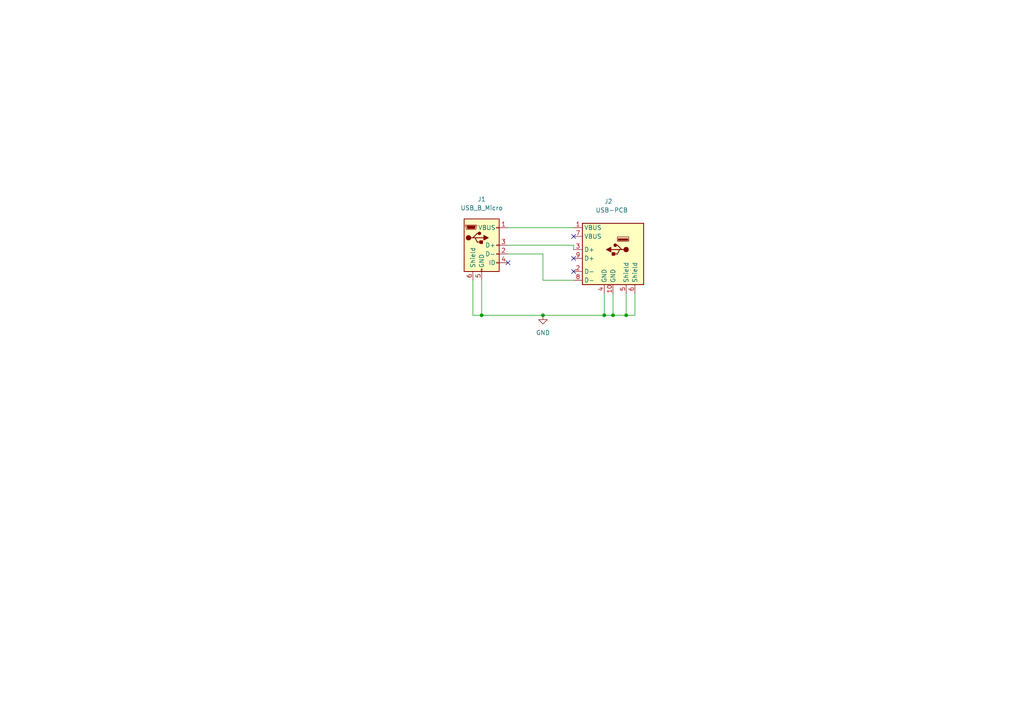
<source format=kicad_sch>
(kicad_sch (version 20230121) (generator eeschema)

  (uuid c378e9d6-3836-4b0e-8c2d-1b907ccdef1d)

  (paper "A4")

  (title_block
    (title "USB Bridge")
    (date "2023-02-28")
    (rev "1")
    (company "MayFly AI")
  )

  (lib_symbols
    (symbol "Connector:USB_B_Micro" (pin_names (offset 1.016)) (in_bom yes) (on_board yes)
      (property "Reference" "J" (at -5.08 11.43 0)
        (effects (font (size 1.27 1.27)) (justify left))
      )
      (property "Value" "USB_B_Micro" (at -5.08 8.89 0)
        (effects (font (size 1.27 1.27)) (justify left))
      )
      (property "Footprint" "" (at 3.81 -1.27 0)
        (effects (font (size 1.27 1.27)) hide)
      )
      (property "Datasheet" "~" (at 3.81 -1.27 0)
        (effects (font (size 1.27 1.27)) hide)
      )
      (property "ki_keywords" "connector USB micro" (at 0 0 0)
        (effects (font (size 1.27 1.27)) hide)
      )
      (property "ki_description" "USB Micro Type B connector" (at 0 0 0)
        (effects (font (size 1.27 1.27)) hide)
      )
      (property "ki_fp_filters" "USB*" (at 0 0 0)
        (effects (font (size 1.27 1.27)) hide)
      )
      (symbol "USB_B_Micro_0_1"
        (rectangle (start -5.08 -7.62) (end 5.08 7.62)
          (stroke (width 0.254) (type default))
          (fill (type background))
        )
        (circle (center -3.81 2.159) (radius 0.635)
          (stroke (width 0.254) (type default))
          (fill (type outline))
        )
        (circle (center -0.635 3.429) (radius 0.381)
          (stroke (width 0.254) (type default))
          (fill (type outline))
        )
        (rectangle (start -0.127 -7.62) (end 0.127 -6.858)
          (stroke (width 0) (type default))
          (fill (type none))
        )
        (polyline
          (pts
            (xy -1.905 2.159)
            (xy 0.635 2.159)
          )
          (stroke (width 0.254) (type default))
          (fill (type none))
        )
        (polyline
          (pts
            (xy -3.175 2.159)
            (xy -2.54 2.159)
            (xy -1.27 3.429)
            (xy -0.635 3.429)
          )
          (stroke (width 0.254) (type default))
          (fill (type none))
        )
        (polyline
          (pts
            (xy -2.54 2.159)
            (xy -1.905 2.159)
            (xy -1.27 0.889)
            (xy 0 0.889)
          )
          (stroke (width 0.254) (type default))
          (fill (type none))
        )
        (polyline
          (pts
            (xy 0.635 2.794)
            (xy 0.635 1.524)
            (xy 1.905 2.159)
            (xy 0.635 2.794)
          )
          (stroke (width 0.254) (type default))
          (fill (type outline))
        )
        (polyline
          (pts
            (xy -4.318 5.588)
            (xy -1.778 5.588)
            (xy -2.032 4.826)
            (xy -4.064 4.826)
            (xy -4.318 5.588)
          )
          (stroke (width 0) (type default))
          (fill (type outline))
        )
        (polyline
          (pts
            (xy -4.699 5.842)
            (xy -4.699 5.588)
            (xy -4.445 4.826)
            (xy -4.445 4.572)
            (xy -1.651 4.572)
            (xy -1.651 4.826)
            (xy -1.397 5.588)
            (xy -1.397 5.842)
            (xy -4.699 5.842)
          )
          (stroke (width 0) (type default))
          (fill (type none))
        )
        (rectangle (start 0.254 1.27) (end -0.508 0.508)
          (stroke (width 0.254) (type default))
          (fill (type outline))
        )
        (rectangle (start 5.08 -5.207) (end 4.318 -4.953)
          (stroke (width 0) (type default))
          (fill (type none))
        )
        (rectangle (start 5.08 -2.667) (end 4.318 -2.413)
          (stroke (width 0) (type default))
          (fill (type none))
        )
        (rectangle (start 5.08 -0.127) (end 4.318 0.127)
          (stroke (width 0) (type default))
          (fill (type none))
        )
        (rectangle (start 5.08 4.953) (end 4.318 5.207)
          (stroke (width 0) (type default))
          (fill (type none))
        )
      )
      (symbol "USB_B_Micro_1_1"
        (pin power_out line (at 7.62 5.08 180) (length 2.54)
          (name "VBUS" (effects (font (size 1.27 1.27))))
          (number "1" (effects (font (size 1.27 1.27))))
        )
        (pin bidirectional line (at 7.62 -2.54 180) (length 2.54)
          (name "D-" (effects (font (size 1.27 1.27))))
          (number "2" (effects (font (size 1.27 1.27))))
        )
        (pin bidirectional line (at 7.62 0 180) (length 2.54)
          (name "D+" (effects (font (size 1.27 1.27))))
          (number "3" (effects (font (size 1.27 1.27))))
        )
        (pin passive line (at 7.62 -5.08 180) (length 2.54)
          (name "ID" (effects (font (size 1.27 1.27))))
          (number "4" (effects (font (size 1.27 1.27))))
        )
        (pin power_out line (at 0 -10.16 90) (length 2.54)
          (name "GND" (effects (font (size 1.27 1.27))))
          (number "5" (effects (font (size 1.27 1.27))))
        )
        (pin passive line (at -2.54 -10.16 90) (length 2.54)
          (name "Shield" (effects (font (size 1.27 1.27))))
          (number "6" (effects (font (size 1.27 1.27))))
        )
      )
    )
    (symbol "MayFly-Library:USB-PCB" (in_bom yes) (on_board yes)
      (property "Reference" "J" (at 0 12.7 0)
        (effects (font (size 1.27 1.27)))
      )
      (property "Value" "USB-PCB" (at 0 10.16 0)
        (effects (font (size 1.27 1.27)))
      )
      (property "Footprint" "MayFly-Library:USB-PCB" (at 0 7.62 0)
        (effects (font (size 1.27 1.27)) hide)
      )
      (property "Datasheet" "" (at 0 7.62 0)
        (effects (font (size 1.27 1.27)) hide)
      )
      (symbol "USB-PCB_0_1"
        (circle (center -7.62 -2.54) (radius 0.635)
          (stroke (width 0.254) (type default))
          (fill (type outline))
        )
        (rectangle (start -5.334 0.127) (end -8.128 0.635)
          (stroke (width 0) (type default))
          (fill (type outline))
        )
        (rectangle (start -5.08 -0.127) (end -8.382 1.143)
          (stroke (width 0) (type default))
          (fill (type none))
        )
        (circle (center -4.445 -1.27) (radius 0.381)
          (stroke (width 0.254) (type default))
          (fill (type outline))
        )
        (rectangle (start -3.556 -3.429) (end -4.318 -4.191)
          (stroke (width 0.254) (type default))
          (fill (type outline))
        )
        (polyline
          (pts
            (xy -6.985 -2.54)
            (xy -6.35 -2.54)
            (xy -5.08 -1.27)
            (xy -4.445 -1.27)
          )
          (stroke (width 0.254) (type default))
          (fill (type none))
        )
        (polyline
          (pts
            (xy -6.35 -2.54)
            (xy -5.715 -2.54)
            (xy -5.08 -3.81)
            (xy -3.81 -3.81)
          )
          (stroke (width 0.254) (type default))
          (fill (type none))
        )
        (polyline
          (pts
            (xy -3.175 -1.905)
            (xy -3.175 -3.175)
            (xy -1.905 -2.54)
            (xy -3.175 -1.905)
          )
          (stroke (width 0.254) (type default))
          (fill (type outline))
        )
      )
      (symbol "USB-PCB_1_1"
        (rectangle (start -12.7 5.08) (end 5.08 -12.7)
          (stroke (width 0.254) (type default))
          (fill (type background))
        )
        (polyline
          (pts
            (xy -5.715 -2.54)
            (xy -3.175 -2.54)
          )
          (stroke (width 0.254) (type default))
          (fill (type none))
        )
        (pin power_in line (at 7.62 3.81 180) (length 2.54)
          (name "VBUS" (effects (font (size 1.27 1.27))))
          (number "1" (effects (font (size 1.27 1.27))))
        )
        (pin power_in line (at -3.81 -15.24 90) (length 2.54)
          (name "GND" (effects (font (size 1.27 1.27))))
          (number "10" (effects (font (size 1.27 1.27))))
        )
        (pin bidirectional line (at 7.62 -8.89 180) (length 2.54)
          (name "D-" (effects (font (size 1.27 1.27))))
          (number "2" (effects (font (size 1.27 1.27))))
        )
        (pin bidirectional line (at 7.62 -2.54 180) (length 2.54)
          (name "D+" (effects (font (size 1.27 1.27))))
          (number "3" (effects (font (size 1.27 1.27))))
        )
        (pin power_in line (at -1.27 -15.24 90) (length 2.54)
          (name "GND" (effects (font (size 1.27 1.27))))
          (number "4" (effects (font (size 1.27 1.27))))
        )
        (pin passive line (at -7.62 -15.24 90) (length 2.54)
          (name "Shield" (effects (font (size 1.27 1.27))))
          (number "5" (effects (font (size 1.27 1.27))))
        )
        (pin passive line (at -10.16 -15.24 90) (length 2.54)
          (name "Shield" (effects (font (size 1.27 1.27))))
          (number "6" (effects (font (size 1.27 1.27))))
        )
        (pin power_in line (at 7.62 1.27 180) (length 2.54)
          (name "VBUS" (effects (font (size 1.27 1.27))))
          (number "7" (effects (font (size 1.27 1.27))))
        )
        (pin bidirectional line (at 7.62 -11.43 180) (length 2.54)
          (name "D-" (effects (font (size 1.27 1.27))))
          (number "8" (effects (font (size 1.27 1.27))))
        )
        (pin bidirectional line (at 7.62 -5.08 180) (length 2.54)
          (name "D+" (effects (font (size 1.27 1.27))))
          (number "9" (effects (font (size 1.27 1.27))))
        )
      )
    )
    (symbol "power:GND" (power) (pin_names (offset 0)) (in_bom yes) (on_board yes)
      (property "Reference" "#PWR" (at 0 -6.35 0)
        (effects (font (size 1.27 1.27)) hide)
      )
      (property "Value" "GND" (at 0 -3.81 0)
        (effects (font (size 1.27 1.27)))
      )
      (property "Footprint" "" (at 0 0 0)
        (effects (font (size 1.27 1.27)) hide)
      )
      (property "Datasheet" "" (at 0 0 0)
        (effects (font (size 1.27 1.27)) hide)
      )
      (property "ki_keywords" "global power" (at 0 0 0)
        (effects (font (size 1.27 1.27)) hide)
      )
      (property "ki_description" "Power symbol creates a global label with name \"GND\" , ground" (at 0 0 0)
        (effects (font (size 1.27 1.27)) hide)
      )
      (symbol "GND_0_1"
        (polyline
          (pts
            (xy 0 0)
            (xy 0 -1.27)
            (xy 1.27 -1.27)
            (xy 0 -2.54)
            (xy -1.27 -1.27)
            (xy 0 -1.27)
          )
          (stroke (width 0) (type default))
          (fill (type none))
        )
      )
      (symbol "GND_1_1"
        (pin power_in line (at 0 0 270) (length 0) hide
          (name "GND" (effects (font (size 1.27 1.27))))
          (number "1" (effects (font (size 1.27 1.27))))
        )
      )
    )
  )

  (junction (at 181.61 91.44) (diameter 0) (color 0 0 0 0)
    (uuid 22a0f87e-f46a-4a3b-b2fd-808470301b22)
  )
  (junction (at 175.26 91.44) (diameter 0) (color 0 0 0 0)
    (uuid 3205931d-f6da-41f8-86f8-ba147cc2fb6e)
  )
  (junction (at 139.7 91.44) (diameter 0) (color 0 0 0 0)
    (uuid 5105813e-4a1a-4827-8336-66270059cf82)
  )
  (junction (at 177.8 91.44) (diameter 0) (color 0 0 0 0)
    (uuid 7565bce9-f4b6-400a-8d9e-f7fc4975a6ce)
  )
  (junction (at 157.48 91.44) (diameter 0) (color 0 0 0 0)
    (uuid 7c98599f-9214-489a-a9b8-c8b99c5ed278)
  )

  (no_connect (at 166.37 78.74) (uuid 56564376-dd19-4911-9d84-a57eeab16f51))
  (no_connect (at 147.32 76.2) (uuid 5d7eb522-b38a-4acc-896b-82c616e57bbc))
  (no_connect (at 166.37 68.58) (uuid b3be3c3f-1e2a-4642-88b0-ac2e169220d9))
  (no_connect (at 166.37 74.93) (uuid e9b5ea94-a9fb-489e-b55f-1f34c62050b2))

  (wire (pts (xy 181.61 85.09) (xy 181.61 91.44))
    (stroke (width 0) (type default))
    (uuid 091c069d-5770-4c1e-adac-077ea43f91fb)
  )
  (wire (pts (xy 181.61 91.44) (xy 177.8 91.44))
    (stroke (width 0) (type default))
    (uuid 0a84a9a0-eaef-481b-8ad6-0571892a637d)
  )
  (wire (pts (xy 166.37 71.12) (xy 166.37 72.39))
    (stroke (width 0) (type default))
    (uuid 2548f0cd-2185-40d3-a82a-371b9ac288cc)
  )
  (wire (pts (xy 175.26 85.09) (xy 175.26 91.44))
    (stroke (width 0) (type default))
    (uuid 2c5d9fa5-70cc-4776-9813-cee34753798e)
  )
  (wire (pts (xy 139.7 91.44) (xy 157.48 91.44))
    (stroke (width 0) (type default))
    (uuid 33eb9781-618f-4a46-b470-a72f5aa787ca)
  )
  (wire (pts (xy 147.32 71.12) (xy 166.37 71.12))
    (stroke (width 0) (type default))
    (uuid 4af688d8-91cd-45c3-bfac-5978a99df115)
  )
  (wire (pts (xy 157.48 73.66) (xy 157.48 81.28))
    (stroke (width 0) (type default))
    (uuid 4c4cdea7-4be8-4435-969f-98a9d0de7916)
  )
  (wire (pts (xy 147.32 66.04) (xy 166.37 66.04))
    (stroke (width 0) (type default))
    (uuid 51fdf825-b253-4fc7-95b6-e0119870df84)
  )
  (wire (pts (xy 157.48 81.28) (xy 166.37 81.28))
    (stroke (width 0) (type default))
    (uuid 5c13729c-3454-447c-b191-dcf002522048)
  )
  (wire (pts (xy 177.8 85.09) (xy 177.8 91.44))
    (stroke (width 0) (type default))
    (uuid 5c3f3410-bf28-4aa2-81c5-52f9baaec29e)
  )
  (wire (pts (xy 137.16 91.44) (xy 139.7 91.44))
    (stroke (width 0) (type default))
    (uuid 72964f86-dc05-4cd4-98e0-0745ce027e65)
  )
  (wire (pts (xy 175.26 91.44) (xy 157.48 91.44))
    (stroke (width 0) (type default))
    (uuid 85612909-ff41-4ee9-93cd-7540c609e10e)
  )
  (wire (pts (xy 147.32 73.66) (xy 157.48 73.66))
    (stroke (width 0) (type default))
    (uuid 8bff8eb1-b31d-49ba-aeba-b6d37ce39641)
  )
  (wire (pts (xy 137.16 81.28) (xy 137.16 91.44))
    (stroke (width 0) (type default))
    (uuid a5b97e66-4996-45b9-87d5-634364baaf3f)
  )
  (wire (pts (xy 177.8 91.44) (xy 175.26 91.44))
    (stroke (width 0) (type default))
    (uuid bbcecb45-a2b0-4006-8d2d-1c4717e51bf2)
  )
  (wire (pts (xy 184.15 85.09) (xy 184.15 91.44))
    (stroke (width 0) (type default))
    (uuid d09a3dcb-1a3d-4932-860f-190b0c4e6d01)
  )
  (wire (pts (xy 139.7 81.28) (xy 139.7 91.44))
    (stroke (width 0) (type default))
    (uuid d15313b7-3d0f-410b-8dd2-b1efde6df652)
  )
  (wire (pts (xy 184.15 91.44) (xy 181.61 91.44))
    (stroke (width 0) (type default))
    (uuid f64f7163-8710-498b-96f2-b35f6d7af85a)
  )

  (symbol (lib_id "MayFly-Library:USB-PCB") (at 173.99 69.85 0) (mirror y) (unit 1)
    (in_bom yes) (on_board yes) (dnp no)
    (uuid 3f9ef43b-5c54-46e2-9fc0-c6c72866ba10)
    (property "Reference" "J2" (at 175.26 58.42 0)
      (effects (font (size 1.27 1.27)) (justify right))
    )
    (property "Value" "USB-PCB" (at 172.72 60.96 0)
      (effects (font (size 1.27 1.27)) (justify right))
    )
    (property "Footprint" "MayFly-Library:USB-PCB" (at 173.99 62.23 0)
      (effects (font (size 1.27 1.27)) hide)
    )
    (property "Datasheet" "" (at 173.99 62.23 0)
      (effects (font (size 1.27 1.27)) hide)
    )
    (pin "1" (uuid 481f7a3a-0fad-4a34-9a06-c6fd0ee6d741))
    (pin "10" (uuid 0ae14832-12dd-4b9d-bbeb-f699fab9ece1))
    (pin "2" (uuid 0b34a335-72e1-4472-8f6a-55b15c91c9b1))
    (pin "3" (uuid ebd7abbf-af73-4890-946b-fb87c13b0fdb))
    (pin "4" (uuid eeb90da7-4416-4ec3-b87f-5571acecee0b))
    (pin "5" (uuid a1187293-c81e-4f06-9442-ea2779577f60))
    (pin "6" (uuid 440dd0f0-b83e-4434-ba53-fea734bf75c9))
    (pin "7" (uuid 8712124d-c223-4528-ac7d-4ee8d93a70fa))
    (pin "8" (uuid dd100bed-ab8c-4113-8bec-054f6464f6f2))
    (pin "9" (uuid c78d70a8-cbcf-4c9a-9bc7-3c8a6c44349c))
    (instances
      (project "USB-PCB-bridge"
        (path "/c378e9d6-3836-4b0e-8c2d-1b907ccdef1d"
          (reference "J2") (unit 1)
        )
      )
    )
  )

  (symbol (lib_id "power:GND") (at 157.48 91.44 0) (unit 1)
    (in_bom yes) (on_board yes) (dnp no) (fields_autoplaced)
    (uuid cebb9209-dd58-4596-b438-0788efab57b8)
    (property "Reference" "#PWR0101" (at 157.48 97.79 0)
      (effects (font (size 1.27 1.27)) hide)
    )
    (property "Value" "GND" (at 157.48 96.52 0)
      (effects (font (size 1.27 1.27)))
    )
    (property "Footprint" "" (at 157.48 91.44 0)
      (effects (font (size 1.27 1.27)) hide)
    )
    (property "Datasheet" "" (at 157.48 91.44 0)
      (effects (font (size 1.27 1.27)) hide)
    )
    (pin "1" (uuid ad4768a7-48db-4a30-86a1-d13ff4d010d1))
    (instances
      (project "USB-PCB-bridge"
        (path "/c378e9d6-3836-4b0e-8c2d-1b907ccdef1d"
          (reference "#PWR0101") (unit 1)
        )
      )
    )
  )

  (symbol (lib_id "Connector:USB_B_Micro") (at 139.7 71.12 0) (unit 1)
    (in_bom yes) (on_board yes) (dnp no) (fields_autoplaced)
    (uuid db0f8be4-e897-4fc7-9a49-b475e0b385dd)
    (property "Reference" "J1" (at 139.7 57.785 0)
      (effects (font (size 1.27 1.27)))
    )
    (property "Value" "USB_B_Micro" (at 139.7 60.325 0)
      (effects (font (size 1.27 1.27)))
    )
    (property "Footprint" "MayFly-Library:USB315030075A" (at 143.51 72.39 0)
      (effects (font (size 1.27 1.27)) hide)
    )
    (property "Datasheet" "~" (at 143.51 72.39 0)
      (effects (font (size 1.27 1.27)) hide)
    )
    (pin "1" (uuid 33d916c2-fe63-4ff2-8363-0c30346ea418))
    (pin "2" (uuid 50d5274f-7fbb-401b-a1eb-fd5aaca4293c))
    (pin "3" (uuid e9f71f5f-ed40-4740-8ff4-013fe891d59c))
    (pin "4" (uuid 8f58e1f5-2cb9-4a7a-abb4-18385110ff1a))
    (pin "5" (uuid 87d873e8-219c-4e2a-86c4-d0eeb8b1ef14))
    (pin "6" (uuid cfe2cc87-d6e9-49fe-b9ee-c2c50a8117c2))
    (instances
      (project "USB-PCB-bridge"
        (path "/c378e9d6-3836-4b0e-8c2d-1b907ccdef1d"
          (reference "J1") (unit 1)
        )
      )
    )
  )

  (sheet_instances
    (path "/" (page "1"))
  )
)

</source>
